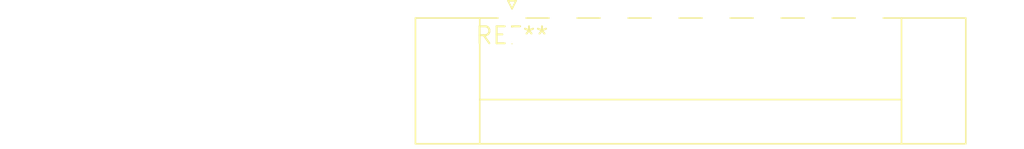
<source format=kicad_pcb>
(kicad_pcb (version 20240108) (generator pcbnew)
  (layers (0 "F.Cu" signal) (31 "B.Cu" signal) (34 "B.Paste" user) (35 "F.Paste" user) (36 "B.SilkS" user "B.Silkscreen") (37 "F.SilkS" user "F.Silkscreen") (38 "B.Mask" user) (39 "F.Mask" user) (44 "Edge.Cuts" user))
  (net 0 "")
  (footprint "PhoenixContact_MC_1,5_8-GF-3.81_1x08_P3.81mm_Horizontal_ThreadedFlange" (layer "F.Cu") (at 0 0)
    (property "Reference" "REF**")
    (property "Value" "PhoenixContact_MC_1,5_8-GF-3.81_1x08_P3.81mm_Horizontal_ThreadedFlange")
    (fp_line (start -7.21 -1.31) (end -7.21 8.11) (layer "F.SilkS") (stroke (width 0.12)))
    (fp_line (start -7.21 -1.31) (end -1.05 -1.31) (layer "F.SilkS") (stroke (width 0.12)))
    (fp_line (start -7.21 8.11) (end 33.88 8.11) (layer "F.SilkS") (stroke (width 0.12)))
    (fp_line (start -2.41 -1.31) (end -2.41 8.11) (layer "F.SilkS") (stroke (width 0.12)))
    (fp_line (start -2.41 4.8) (end 29.08 4.8) (layer "F.SilkS") (stroke (width 0.12)))
    (fp_line (start -0.3 -2.6) (end 0.3 -2.6) (layer "F.SilkS") (stroke (width 0.12)))
    (fp_line (start 0 -2) (end -0.3 -2.6) (layer "F.SilkS") (stroke (width 0.12)))
    (fp_line (start 0.3 -2.6) (end 0 -2) (layer "F.SilkS") (stroke (width 0.12)))
    (fp_line (start 1.05 -1.31) (end 2.76 -1.31) (layer "F.SilkS") (stroke (width 0.12)))
    (fp_line (start 4.86 -1.31) (end 6.57 -1.31) (layer "F.SilkS") (stroke (width 0.12)))
    (fp_line (start 8.67 -1.31) (end 10.38 -1.31) (layer "F.SilkS") (stroke (width 0.12)))
    (fp_line (start 12.48 -1.31) (end 14.19 -1.31) (layer "F.SilkS") (stroke (width 0.12)))
    (fp_line (start 16.29 -1.31) (end 18 -1.31) (layer "F.SilkS") (stroke (width 0.12)))
    (fp_line (start 20.1 -1.31) (end 21.81 -1.31) (layer "F.SilkS") (stroke (width 0.12)))
    (fp_line (start 23.91 -1.31) (end 25.62 -1.31) (layer "F.SilkS") (stroke (width 0.12)))
    (fp_line (start 29.08 -1.31) (end 29.08 8.11) (layer "F.SilkS") (stroke (width 0.12)))
    (fp_line (start 33.88 -1.31) (end 27.72 -1.31) (layer "F.SilkS") (stroke (width 0.12)))
    (fp_line (start 33.88 8.11) (end 33.88 -1.31) (layer "F.SilkS") (stroke (width 0.12)))
    (pad "1" thru_hole roundrect (at 0 0) (size 1.8 3.6) (drill 1.2) (layers *.Cu *.Mask) (remove_unused_layers) (roundrect_rratio 0.138889))
    (pad "2" thru_hole oval (at 3.81 0) (size 1.8 3.6) (drill 1.2) (layers *.Cu *.Mask) (remove_unused_layers))
    (pad "3" thru_hole oval (at 7.62 0) (size 1.8 3.6) (drill 1.2) (layers *.Cu *.Mask) (remove_unused_layers))
    (pad "4" thru_hole oval (at 11.43 0) (size 1.8 3.6) (drill 1.2) (layers *.Cu *.Mask) (remove_unused_layers))
    (pad "5" thru_hole oval (at 15.24 0) (size 1.8 3.6) (drill 1.2) (layers *.Cu *.Mask) (remove_unused_layers))
    (pad "6" thru_hole oval (at 19.05 0) (size 1.8 3.6) (drill 1.2) (layers *.Cu *.Mask) (remove_unused_layers))
    (pad "7" thru_hole oval (at 22.86 0) (size 1.8 3.6) (drill 1.2) (layers *.Cu *.Mask) (remove_unused_layers))
    (pad "8" thru_hole oval (at 26.67 0) (size 1.8 3.6) (drill 1.2) (layers *.Cu *.Mask) (remove_unused_layers))
  )
)
</source>
